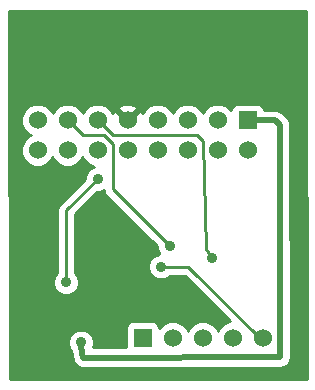
<source format=gbl>
G04 (created by PCBNEW (2013-05-31 BZR 4019)-stable) date 28/01/2014 18:03:58*
%MOIN*%
G04 Gerber Fmt 3.4, Leading zero omitted, Abs format*
%FSLAX34Y34*%
G01*
G70*
G90*
G04 APERTURE LIST*
%ADD10C,0.00590551*%
%ADD11R,0.06X0.06*%
%ADD12C,0.06*%
%ADD13C,0.035*%
%ADD14C,0.01*%
%ADD15C,0.02*%
G04 APERTURE END LIST*
G54D10*
G54D11*
X24500Y-10500D03*
G54D12*
X24500Y-11500D03*
X23500Y-10500D03*
X23500Y-11500D03*
X22500Y-10500D03*
X22500Y-11500D03*
X21500Y-10500D03*
X21500Y-11500D03*
X20500Y-10500D03*
X20500Y-11500D03*
X19500Y-10500D03*
X19500Y-11500D03*
X18500Y-10500D03*
X18500Y-11500D03*
X17500Y-10500D03*
X17500Y-11500D03*
G54D11*
X21000Y-17750D03*
G54D12*
X22000Y-17750D03*
X23000Y-17750D03*
X24000Y-17750D03*
X25000Y-17750D03*
G54D13*
X21300Y-14800D03*
X21330Y-9490D03*
X19300Y-9450D03*
X18450Y-15900D03*
X19500Y-12450D03*
X21620Y-15380D03*
X23320Y-15100D03*
X21900Y-14690D03*
X18950Y-17900D03*
G54D14*
X19300Y-9450D02*
X19350Y-9500D01*
X18450Y-13500D02*
X18450Y-15900D01*
X19500Y-12450D02*
X18450Y-13500D01*
X25000Y-17750D02*
X24900Y-17750D01*
X22530Y-15380D02*
X21620Y-15380D01*
X24900Y-17750D02*
X22530Y-15380D01*
X20000Y-11000D02*
X19500Y-10500D01*
X22810Y-11000D02*
X20000Y-11000D01*
X23000Y-11190D02*
X22810Y-11000D01*
X23100Y-14800D02*
X23000Y-11190D01*
X23320Y-15100D02*
X23100Y-14800D01*
X19000Y-11000D02*
X18500Y-10500D01*
X19710Y-11000D02*
X19000Y-11000D01*
X20010Y-11300D02*
X19710Y-11000D01*
X20010Y-12800D02*
X20010Y-11300D01*
X21900Y-14690D02*
X20010Y-12800D01*
G54D15*
X24500Y-10500D02*
X25400Y-10500D01*
X18950Y-18050D02*
X18950Y-17900D01*
X19020Y-18410D02*
X18950Y-18050D01*
X25590Y-18400D02*
X19020Y-18410D01*
X25570Y-10640D02*
X25590Y-18400D01*
X25400Y-10500D02*
X25570Y-10640D01*
G54D10*
G36*
X26469Y-19130D02*
X25939Y-19130D01*
X25939Y-18397D01*
X25933Y-18365D01*
X25919Y-10639D01*
X25916Y-10622D01*
X25918Y-10606D01*
X25903Y-10557D01*
X25893Y-10505D01*
X25883Y-10491D01*
X25878Y-10475D01*
X25846Y-10436D01*
X25817Y-10392D01*
X25802Y-10382D01*
X25792Y-10370D01*
X25622Y-10229D01*
X25577Y-10205D01*
X25533Y-10176D01*
X25517Y-10173D01*
X25502Y-10165D01*
X25450Y-10160D01*
X25400Y-10150D01*
X25049Y-10150D01*
X25012Y-10058D01*
X24941Y-9988D01*
X24849Y-9950D01*
X24750Y-9949D01*
X24150Y-9949D01*
X24058Y-9987D01*
X23988Y-10058D01*
X23950Y-10150D01*
X23950Y-10172D01*
X23811Y-10034D01*
X23609Y-9950D01*
X23391Y-9949D01*
X23188Y-10033D01*
X23034Y-10188D01*
X23000Y-10269D01*
X22966Y-10188D01*
X22811Y-10034D01*
X22609Y-9950D01*
X22391Y-9949D01*
X22188Y-10033D01*
X22034Y-10188D01*
X22000Y-10269D01*
X21966Y-10188D01*
X21811Y-10034D01*
X21609Y-9950D01*
X21391Y-9949D01*
X21188Y-10033D01*
X21034Y-10188D01*
X21002Y-10263D01*
X20981Y-10212D01*
X20885Y-10184D01*
X20815Y-10255D01*
X20815Y-10114D01*
X20787Y-10018D01*
X20581Y-9945D01*
X20363Y-9956D01*
X20212Y-10018D01*
X20184Y-10114D01*
X20500Y-10429D01*
X20815Y-10114D01*
X20815Y-10255D01*
X20570Y-10500D01*
X20576Y-10505D01*
X20505Y-10576D01*
X20500Y-10570D01*
X20494Y-10576D01*
X20423Y-10505D01*
X20429Y-10500D01*
X20114Y-10184D01*
X20018Y-10212D01*
X19999Y-10267D01*
X19966Y-10188D01*
X19811Y-10034D01*
X19609Y-9950D01*
X19391Y-9949D01*
X19188Y-10033D01*
X19034Y-10188D01*
X19000Y-10269D01*
X18966Y-10188D01*
X18811Y-10034D01*
X18609Y-9950D01*
X18391Y-9949D01*
X18188Y-10033D01*
X18034Y-10188D01*
X18000Y-10269D01*
X17966Y-10188D01*
X17811Y-10034D01*
X17609Y-9950D01*
X17391Y-9949D01*
X17188Y-10033D01*
X17034Y-10188D01*
X16950Y-10390D01*
X16949Y-10608D01*
X17033Y-10811D01*
X17188Y-10965D01*
X17269Y-10999D01*
X17188Y-11033D01*
X17034Y-11188D01*
X16950Y-11390D01*
X16949Y-11608D01*
X17033Y-11811D01*
X17188Y-11965D01*
X17390Y-12049D01*
X17608Y-12050D01*
X17811Y-11966D01*
X17965Y-11811D01*
X17999Y-11730D01*
X18033Y-11811D01*
X18188Y-11965D01*
X18390Y-12049D01*
X18608Y-12050D01*
X18811Y-11966D01*
X18965Y-11811D01*
X18999Y-11730D01*
X19033Y-11811D01*
X19188Y-11965D01*
X19372Y-12042D01*
X19259Y-12089D01*
X19139Y-12208D01*
X19075Y-12365D01*
X19074Y-12450D01*
X18237Y-13287D01*
X18172Y-13385D01*
X18150Y-13500D01*
X18150Y-15598D01*
X18089Y-15658D01*
X18025Y-15815D01*
X18024Y-15984D01*
X18089Y-16140D01*
X18208Y-16260D01*
X18365Y-16324D01*
X18534Y-16325D01*
X18690Y-16260D01*
X18810Y-16141D01*
X18874Y-15984D01*
X18875Y-15815D01*
X18810Y-15659D01*
X18750Y-15598D01*
X18750Y-13624D01*
X19499Y-12874D01*
X19584Y-12875D01*
X19714Y-12821D01*
X19732Y-12914D01*
X19797Y-13012D01*
X21475Y-14689D01*
X21474Y-14774D01*
X21539Y-14930D01*
X21563Y-14954D01*
X21535Y-14954D01*
X21379Y-15019D01*
X21259Y-15138D01*
X21195Y-15295D01*
X21194Y-15464D01*
X21259Y-15620D01*
X21378Y-15740D01*
X21535Y-15804D01*
X21704Y-15805D01*
X21860Y-15740D01*
X21921Y-15680D01*
X22405Y-15680D01*
X23925Y-17199D01*
X23891Y-17199D01*
X23688Y-17283D01*
X23534Y-17438D01*
X23500Y-17519D01*
X23466Y-17438D01*
X23311Y-17284D01*
X23109Y-17200D01*
X22891Y-17199D01*
X22688Y-17283D01*
X22534Y-17438D01*
X22500Y-17519D01*
X22466Y-17438D01*
X22311Y-17284D01*
X22109Y-17200D01*
X21891Y-17199D01*
X21688Y-17283D01*
X21550Y-17422D01*
X21550Y-17400D01*
X21512Y-17308D01*
X21441Y-17238D01*
X21349Y-17200D01*
X21250Y-17199D01*
X20650Y-17199D01*
X20558Y-17237D01*
X20488Y-17308D01*
X20450Y-17400D01*
X20449Y-17499D01*
X20449Y-18057D01*
X19343Y-18059D01*
X19374Y-17984D01*
X19375Y-17815D01*
X19310Y-17659D01*
X19191Y-17539D01*
X19034Y-17475D01*
X18865Y-17474D01*
X18709Y-17539D01*
X18589Y-17658D01*
X18525Y-17815D01*
X18524Y-17984D01*
X18589Y-18140D01*
X18616Y-18167D01*
X18676Y-18476D01*
X18689Y-18509D01*
X18696Y-18544D01*
X18715Y-18572D01*
X18728Y-18603D01*
X18753Y-18628D01*
X18772Y-18657D01*
X18800Y-18676D01*
X18824Y-18700D01*
X18857Y-18713D01*
X18886Y-18733D01*
X18919Y-18740D01*
X18950Y-18752D01*
X18985Y-18753D01*
X19020Y-18759D01*
X25576Y-18748D01*
X25584Y-18750D01*
X25718Y-18723D01*
X25718Y-18722D01*
X25724Y-18721D01*
X25837Y-18645D01*
X25913Y-18531D01*
X25939Y-18397D01*
X25939Y-19130D01*
X16569Y-19130D01*
X16550Y-6850D01*
X26450Y-6850D01*
X26469Y-19130D01*
X26469Y-19130D01*
G37*
G54D14*
X26469Y-19130D02*
X25939Y-19130D01*
X25939Y-18397D01*
X25933Y-18365D01*
X25919Y-10639D01*
X25916Y-10622D01*
X25918Y-10606D01*
X25903Y-10557D01*
X25893Y-10505D01*
X25883Y-10491D01*
X25878Y-10475D01*
X25846Y-10436D01*
X25817Y-10392D01*
X25802Y-10382D01*
X25792Y-10370D01*
X25622Y-10229D01*
X25577Y-10205D01*
X25533Y-10176D01*
X25517Y-10173D01*
X25502Y-10165D01*
X25450Y-10160D01*
X25400Y-10150D01*
X25049Y-10150D01*
X25012Y-10058D01*
X24941Y-9988D01*
X24849Y-9950D01*
X24750Y-9949D01*
X24150Y-9949D01*
X24058Y-9987D01*
X23988Y-10058D01*
X23950Y-10150D01*
X23950Y-10172D01*
X23811Y-10034D01*
X23609Y-9950D01*
X23391Y-9949D01*
X23188Y-10033D01*
X23034Y-10188D01*
X23000Y-10269D01*
X22966Y-10188D01*
X22811Y-10034D01*
X22609Y-9950D01*
X22391Y-9949D01*
X22188Y-10033D01*
X22034Y-10188D01*
X22000Y-10269D01*
X21966Y-10188D01*
X21811Y-10034D01*
X21609Y-9950D01*
X21391Y-9949D01*
X21188Y-10033D01*
X21034Y-10188D01*
X21002Y-10263D01*
X20981Y-10212D01*
X20885Y-10184D01*
X20815Y-10255D01*
X20815Y-10114D01*
X20787Y-10018D01*
X20581Y-9945D01*
X20363Y-9956D01*
X20212Y-10018D01*
X20184Y-10114D01*
X20500Y-10429D01*
X20815Y-10114D01*
X20815Y-10255D01*
X20570Y-10500D01*
X20576Y-10505D01*
X20505Y-10576D01*
X20500Y-10570D01*
X20494Y-10576D01*
X20423Y-10505D01*
X20429Y-10500D01*
X20114Y-10184D01*
X20018Y-10212D01*
X19999Y-10267D01*
X19966Y-10188D01*
X19811Y-10034D01*
X19609Y-9950D01*
X19391Y-9949D01*
X19188Y-10033D01*
X19034Y-10188D01*
X19000Y-10269D01*
X18966Y-10188D01*
X18811Y-10034D01*
X18609Y-9950D01*
X18391Y-9949D01*
X18188Y-10033D01*
X18034Y-10188D01*
X18000Y-10269D01*
X17966Y-10188D01*
X17811Y-10034D01*
X17609Y-9950D01*
X17391Y-9949D01*
X17188Y-10033D01*
X17034Y-10188D01*
X16950Y-10390D01*
X16949Y-10608D01*
X17033Y-10811D01*
X17188Y-10965D01*
X17269Y-10999D01*
X17188Y-11033D01*
X17034Y-11188D01*
X16950Y-11390D01*
X16949Y-11608D01*
X17033Y-11811D01*
X17188Y-11965D01*
X17390Y-12049D01*
X17608Y-12050D01*
X17811Y-11966D01*
X17965Y-11811D01*
X17999Y-11730D01*
X18033Y-11811D01*
X18188Y-11965D01*
X18390Y-12049D01*
X18608Y-12050D01*
X18811Y-11966D01*
X18965Y-11811D01*
X18999Y-11730D01*
X19033Y-11811D01*
X19188Y-11965D01*
X19372Y-12042D01*
X19259Y-12089D01*
X19139Y-12208D01*
X19075Y-12365D01*
X19074Y-12450D01*
X18237Y-13287D01*
X18172Y-13385D01*
X18150Y-13500D01*
X18150Y-15598D01*
X18089Y-15658D01*
X18025Y-15815D01*
X18024Y-15984D01*
X18089Y-16140D01*
X18208Y-16260D01*
X18365Y-16324D01*
X18534Y-16325D01*
X18690Y-16260D01*
X18810Y-16141D01*
X18874Y-15984D01*
X18875Y-15815D01*
X18810Y-15659D01*
X18750Y-15598D01*
X18750Y-13624D01*
X19499Y-12874D01*
X19584Y-12875D01*
X19714Y-12821D01*
X19732Y-12914D01*
X19797Y-13012D01*
X21475Y-14689D01*
X21474Y-14774D01*
X21539Y-14930D01*
X21563Y-14954D01*
X21535Y-14954D01*
X21379Y-15019D01*
X21259Y-15138D01*
X21195Y-15295D01*
X21194Y-15464D01*
X21259Y-15620D01*
X21378Y-15740D01*
X21535Y-15804D01*
X21704Y-15805D01*
X21860Y-15740D01*
X21921Y-15680D01*
X22405Y-15680D01*
X23925Y-17199D01*
X23891Y-17199D01*
X23688Y-17283D01*
X23534Y-17438D01*
X23500Y-17519D01*
X23466Y-17438D01*
X23311Y-17284D01*
X23109Y-17200D01*
X22891Y-17199D01*
X22688Y-17283D01*
X22534Y-17438D01*
X22500Y-17519D01*
X22466Y-17438D01*
X22311Y-17284D01*
X22109Y-17200D01*
X21891Y-17199D01*
X21688Y-17283D01*
X21550Y-17422D01*
X21550Y-17400D01*
X21512Y-17308D01*
X21441Y-17238D01*
X21349Y-17200D01*
X21250Y-17199D01*
X20650Y-17199D01*
X20558Y-17237D01*
X20488Y-17308D01*
X20450Y-17400D01*
X20449Y-17499D01*
X20449Y-18057D01*
X19343Y-18059D01*
X19374Y-17984D01*
X19375Y-17815D01*
X19310Y-17659D01*
X19191Y-17539D01*
X19034Y-17475D01*
X18865Y-17474D01*
X18709Y-17539D01*
X18589Y-17658D01*
X18525Y-17815D01*
X18524Y-17984D01*
X18589Y-18140D01*
X18616Y-18167D01*
X18676Y-18476D01*
X18689Y-18509D01*
X18696Y-18544D01*
X18715Y-18572D01*
X18728Y-18603D01*
X18753Y-18628D01*
X18772Y-18657D01*
X18800Y-18676D01*
X18824Y-18700D01*
X18857Y-18713D01*
X18886Y-18733D01*
X18919Y-18740D01*
X18950Y-18752D01*
X18985Y-18753D01*
X19020Y-18759D01*
X25576Y-18748D01*
X25584Y-18750D01*
X25718Y-18723D01*
X25718Y-18722D01*
X25724Y-18721D01*
X25837Y-18645D01*
X25913Y-18531D01*
X25939Y-18397D01*
X25939Y-19130D01*
X16569Y-19130D01*
X16550Y-6850D01*
X26450Y-6850D01*
X26469Y-19130D01*
M02*

</source>
